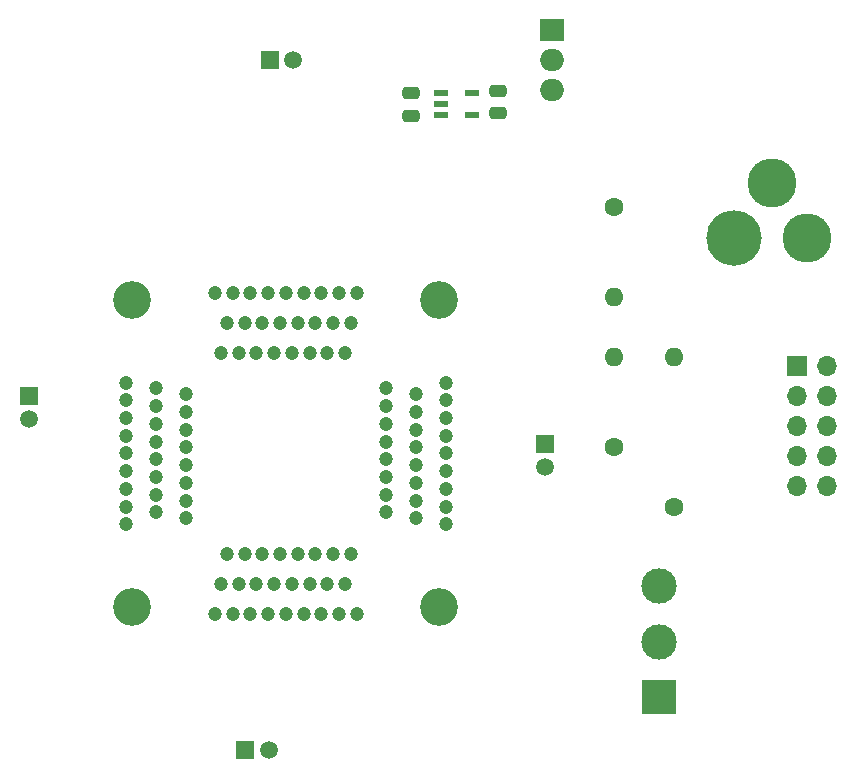
<source format=gts>
%TF.GenerationSoftware,KiCad,Pcbnew,8.0.7*%
%TF.CreationDate,2025-02-09T12:46:03+02:00*%
%TF.ProjectId,EPM570 Programmer,45504d35-3730-4205-9072-6f6772616d6d,V0*%
%TF.SameCoordinates,Original*%
%TF.FileFunction,Soldermask,Top*%
%TF.FilePolarity,Negative*%
%FSLAX46Y46*%
G04 Gerber Fmt 4.6, Leading zero omitted, Abs format (unit mm)*
G04 Created by KiCad (PCBNEW 8.0.7) date 2025-02-09 12:46:03*
%MOMM*%
%LPD*%
G01*
G04 APERTURE LIST*
G04 Aperture macros list*
%AMRoundRect*
0 Rectangle with rounded corners*
0 $1 Rounding radius*
0 $2 $3 $4 $5 $6 $7 $8 $9 X,Y pos of 4 corners*
0 Add a 4 corners polygon primitive as box body*
4,1,4,$2,$3,$4,$5,$6,$7,$8,$9,$2,$3,0*
0 Add four circle primitives for the rounded corners*
1,1,$1+$1,$2,$3*
1,1,$1+$1,$4,$5*
1,1,$1+$1,$6,$7*
1,1,$1+$1,$8,$9*
0 Add four rect primitives between the rounded corners*
20,1,$1+$1,$2,$3,$4,$5,0*
20,1,$1+$1,$4,$5,$6,$7,0*
20,1,$1+$1,$6,$7,$8,$9,0*
20,1,$1+$1,$8,$9,$2,$3,0*%
G04 Aperture macros list end*
%ADD10R,1.150000X0.600000*%
%ADD11RoundRect,0.250000X-0.475000X0.250000X-0.475000X-0.250000X0.475000X-0.250000X0.475000X0.250000X0*%
%ADD12RoundRect,0.250000X0.475000X-0.250000X0.475000X0.250000X-0.475000X0.250000X-0.475000X-0.250000X0*%
%ADD13R,1.500000X1.500000*%
%ADD14C,1.500000*%
%ADD15C,4.700000*%
%ADD16C,4.150000*%
%ADD17R,3.000000X3.000000*%
%ADD18C,3.000000*%
%ADD19R,2.000000X1.905000*%
%ADD20O,2.000000X1.905000*%
%ADD21C,1.600000*%
%ADD22O,1.600000X1.600000*%
%ADD23R,1.700000X1.700000*%
%ADD24O,1.700000X1.700000*%
%ADD25C,3.200000*%
%ADD26C,1.200000*%
G04 APERTURE END LIST*
D10*
%TO.C,IC1*%
X24864000Y17548000D03*
X24864000Y16598000D03*
X24864000Y15648000D03*
X27464000Y15648000D03*
X27464000Y17548000D03*
%TD*%
D11*
%TO.C,C6*%
X29718000Y17698000D03*
X29718000Y15798000D03*
%TD*%
D12*
%TO.C,C5*%
X22354000Y15587000D03*
X22354000Y17487000D03*
%TD*%
D13*
%TO.C,C1*%
X10356000Y20320000D03*
D14*
X12356000Y20320000D03*
%TD*%
D15*
%TO.C,J2*%
X49657000Y5207000D03*
D16*
X52857000Y9907000D03*
X55857000Y5207000D03*
%TD*%
D17*
%TO.C,S2*%
X43344000Y-33638000D03*
D18*
X43344000Y-28939000D03*
X43344000Y-24240000D03*
%TD*%
D19*
%TO.C,U1*%
X34290000Y22860000D03*
D20*
X34290000Y20320000D03*
X34290000Y17780000D03*
%TD*%
D21*
%TO.C,R1*%
X44614000Y-17509000D03*
D22*
X44614000Y-4809000D03*
%TD*%
D13*
%TO.C,C3*%
X33692000Y-12191000D03*
D14*
X33692000Y-14191000D03*
%TD*%
D23*
%TO.C,J3*%
X55028000Y-5571000D03*
D24*
X57568000Y-5571000D03*
X55028000Y-8111000D03*
X57568000Y-8111000D03*
X55028000Y-10651000D03*
X57568000Y-10651000D03*
X55028000Y-13191000D03*
X57568000Y-13191000D03*
X55028000Y-15731000D03*
X57568000Y-15731000D03*
%TD*%
D21*
%TO.C,R2*%
X39534000Y-12429000D03*
D22*
X39534000Y-4809000D03*
%TD*%
D21*
%TO.C,R3*%
X39534000Y7891000D03*
D22*
X39534000Y271000D03*
%TD*%
D25*
%TO.C,J1*%
X-1270000Y0D03*
X-1270000Y-26000000D03*
X24730000Y0D03*
X24730000Y-26000000D03*
D26*
X-1850000Y-7000000D03*
X690000Y-7500000D03*
X3230000Y-8000000D03*
X-1850000Y-8500000D03*
X690000Y-9000000D03*
X3230000Y-9500000D03*
X-1850000Y-10000000D03*
X690000Y-10500000D03*
X3230000Y-11000000D03*
X-1850000Y-11500000D03*
X690000Y-12000000D03*
X3230000Y-12500000D03*
X-1850000Y-13000000D03*
X690000Y-13500000D03*
X3230000Y-14000000D03*
X-1850000Y-14500000D03*
X690000Y-15000000D03*
X3230000Y-15500000D03*
X-1850000Y-16000000D03*
X690000Y-16500000D03*
X3230000Y-17000000D03*
X-1850000Y-17500000D03*
X690000Y-18000000D03*
X3230000Y-18500000D03*
X-1850000Y-19000000D03*
X5730000Y-26580000D03*
X6230000Y-24040000D03*
X6730000Y-21500000D03*
X7230000Y-26580000D03*
X7730000Y-24040000D03*
X8230000Y-21500000D03*
X8730000Y-26580000D03*
X9230000Y-24040000D03*
X9730000Y-21500000D03*
X10230000Y-26580000D03*
X10730000Y-24040000D03*
X11230000Y-21500000D03*
X11730000Y-26580000D03*
X12230000Y-24040000D03*
X12730000Y-21500000D03*
X13230000Y-26580000D03*
X13730000Y-24040000D03*
X14230000Y-21500000D03*
X14730000Y-26580000D03*
X15230000Y-24040000D03*
X15730000Y-21500000D03*
X16230000Y-26580000D03*
X16730000Y-24040000D03*
X17230000Y-21500000D03*
X17730000Y-26580000D03*
X25310000Y-19000000D03*
X22770000Y-18500000D03*
X20230000Y-18000000D03*
X25310000Y-17500000D03*
X22770000Y-17000000D03*
X20230000Y-16500000D03*
X25310000Y-16000000D03*
X22770000Y-15500000D03*
X20230000Y-15000000D03*
X25310000Y-14500000D03*
X22770000Y-14000000D03*
X20230000Y-13500000D03*
X25310000Y-13000000D03*
X22770000Y-12500000D03*
X20230000Y-12000000D03*
X25310000Y-11500000D03*
X22770000Y-11000000D03*
X20230000Y-10500000D03*
X25310000Y-10000000D03*
X22770000Y-9500000D03*
X20230000Y-9000000D03*
X25310000Y-8500000D03*
X22770000Y-8000000D03*
X20230000Y-7500000D03*
X25310000Y-7000000D03*
X17730000Y580000D03*
X17230000Y-1960000D03*
X16730000Y-4500000D03*
X16230000Y580000D03*
X15730000Y-1960000D03*
X15230000Y-4500000D03*
X14730000Y580000D03*
X14230000Y-1960000D03*
X13730000Y-4500000D03*
X13230000Y580000D03*
X12730000Y-1960000D03*
X12230000Y-4500000D03*
X11730000Y580000D03*
X11230000Y-1960000D03*
X10730000Y-4500000D03*
X10230000Y580000D03*
X9730000Y-1960000D03*
X9230000Y-4500000D03*
X8730000Y580000D03*
X8230000Y-1960000D03*
X7730000Y-4500000D03*
X7230000Y580000D03*
X6730000Y-1960000D03*
X6230000Y-4500000D03*
X5730000Y580000D03*
%TD*%
D13*
%TO.C,C2*%
X8292000Y-38083000D03*
D14*
X10292000Y-38083000D03*
%TD*%
D13*
%TO.C,C4*%
X-9996000Y-8127000D03*
D14*
X-9996000Y-10127000D03*
%TD*%
M02*

</source>
